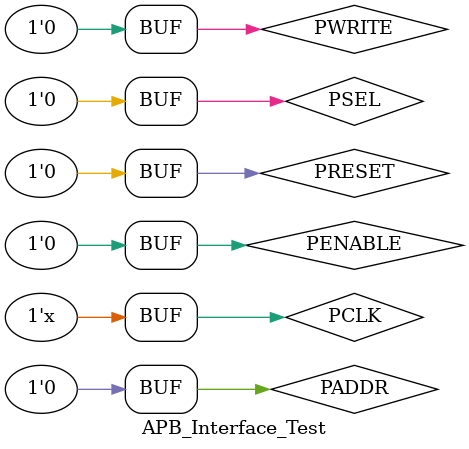
<source format=v>
`timescale 1ns / 1ps


module APB_Interface_Test(

    );
    
    reg PCLK;
    reg PRESET;
    reg PSEL;
    reg PENABLE;
    reg PWRITE;
    reg PWDATA;
    wire PREADY;
    wire PRDATA;
    wire PSLVERR;
    
    wire[31:0] address;
    reg[31:0] datain;
    wire[31:0] dataout;
    wire read;
    wire enable;
    
    
    APB_SLAVE_INTERFACE_NEW APB_Slave(
    
    
        PCLK,
        PRESET,
        PADDR,
        PSEL,
        
        PENABLE,
        PWRITE,
        PWDATA,
        PREADY,
        PRDATA,
        PSLVERR,
        
        
        //only for one clock cycle
        address,
        datain,
        dataout,
        read,
        enable
        
        );
        
        initial
        begin
            PCLK=1'b0;
            PRESET=1'b0;
            PADDR=32'b0;
            PSEL=1'b0;
            PENABLE=1'b0;
            PWRITE=1'b0;
            
            
        end
        
        always
            #5 PCLK=!PCLK;
endmodule

</source>
